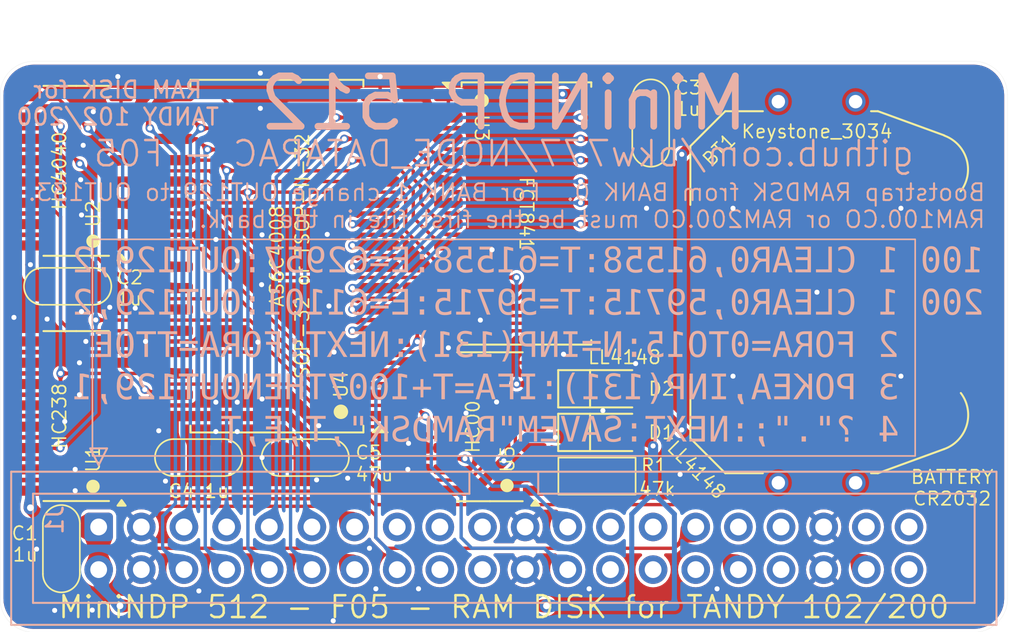
<source format=kicad_pcb>
(kicad_pcb (version 20240108) (generator "pcbnew") (generator_version "8.0")
  (title_block (title "MiniNDP 512") (date "2024-11-28") (rev "F05") (company "Brian K. White - b.kenyon.w@gmail.com") (comment 1 "github.com/bkw777/NODE_DATAPAC"))
  (layers (0 "F.Cu" signal) (31 "B.Cu" signal) (34 "B.Paste" user) (35 "F.Paste" user) (36 "B.SilkS" user "B.Silkscreen") (37 "F.SilkS" user "F.Silkscreen") (38 "B.Mask" user) (39 "F.Mask" user) (44 "Edge.Cuts" user))
  (net 0 "")
  (net 1 "GND")
  (net 2 "VMEM")
  (net 3 "VBUS")
  (net 4 "/AD0")
  (net 5 "/AD1")
  (net 6 "/AD2")
  (net 7 "/AD3")
  (net 8 "/AD4")
  (net 9 "/AD5")
  (net 10 "/AD6")
  (net 11 "/AD7")
  (net 12 "/A8")
  (net 13 "/A9")
  (net 14 "/~{RD}")
  (net 15 "/RAMRST")
  (net 16 "/~{Y0}")
  (net 17 "/(A)")
  (net 23 "/BUS_A10")
  (net 24 "/A5")
  (net 25 "/A6")
  (net 26 "/~{CE}")
  (net 27 "/A7")
  (net 28 "+BATT")
  (net 29 "/BUS_A8")
  (net 30 "/BUS_A9")
  (net 31 "/A0")
  (net 32 "/A1")
  (net 33 "/A2")
  (net 34 "/A3")
  (net 35 "/A4")
  (net 46 "/BYTE")
  (net 48 "/~{WR}")
  (net 50 "/A15")
  (net 51 "/A12")
  (net 52 "/A13")
  (net 53 "/A18")
  (net 54 "/A14")
  (net 55 "/A16")
  (net 56 "/A17")
  (net 57 "/A10")
  (net 58 "/A11")
  (net 59 "/BLOCK")
  (net 69 "Net-(U5-Pad3)")
  (footprint "000_LOCAL:C_1206" (layer "F.Cu") (at 125.975 99.425)
    (property "Reference" "C2")
    (property "Value" "1u")
  )
  (footprint "000_LOCAL:MiniNDP_Cover" (layer "F.Cu") (at 151.95 103.025)
    (property "Reference" "N1")
    (property "Value" "MiniNDP_Cover")
  )
  (footprint "000_LOCAL:Fiducial_0.75_1.5" (layer "F.Cu") (at 179.95 118.025)
    (property "Reference" "F2" (hide yes))
    (property "Value" "Fiducial_0.75_1.5" (hide yes))
  )
  (footprint "000_LOCAL:TSOP-II-SOP-32_dual" (layer "F.Cu") (at 138.4372 97.626 180)
    (property "Reference" "U4")
    (property "Value" "AS6C4008")
  )
  (footprint "000_LOCAL:SOIC-16_3.9x9.9mm_P1.27mm" (layer "F.Cu") (at 126.485 107.151 180)
    (property "Reference" "U1")
    (property "Value" "HC238")
  )
  (footprint "000_LOCAL:Fiducial_0.75_1.5" (layer "F.Cu") (at 179.95 88.025 90)
    (property "Reference" "F2" (hide yes))
    (property "Value" "Fiducial_0.75_1.5" (hide yes))
  )
  (footprint "000_LOCAL:R_1206" (layer "F.Cu") (at 157.5 110.725 180)
    (property "Reference" "R1")
    (property "Value" "47k")
  )
  (footprint "000_LOCAL:C_1206" (layer "F.Cu") (at 125.6 115.05 -90)
    (property "Reference" "C1")
    (property "Value" "1u")
  )
  (footprint "000_LOCAL:C_1206" (layer "F.Cu") (at 160.7 89.700001 -90)
    (property "Reference" "C3")
    (property "Value" "1u")
  )
  (footprint "000_LOCAL:SOIC-14_3.9x8.7mm_P1.27mm" (layer "F.Cu") (at 151.123 107.786 180)
    (property "Reference" "U5")
    (property "Value" "HC00")
  )
  (footprint "000_LOCAL:Fiducial_0.75_1.5" (layer "F.Cu") (at 123.95 118.025)
    (property "Reference" "F3" (hide yes))
    (property "Value" "Fiducial_0.75_1.5" (hide yes))
  )
  (footprint "000_LOCAL:D_MiniMELF" (layer "F.Cu") (at 157.85 105.525)
    (property "Reference" "D2")
    (property "Value" "LL4148")
  )
  (footprint "000_LOCAL:Keystone_3028_3034" (layer "F.Cu") (at 170.6 99.775 90)
    (property "Reference" "BT1")
    (property "Value" "Keystone_3034")
  )
  (footprint "000_LOCAL:SOIC-16_3.9x9.9mm_P1.27mm" (layer "F.Cu") (at 126.485 92.546 180)
    (property "Reference" "U2")
    (property "Value" "HC4040")
  )
  (footprint "000_LOCAL:SOIC-24" (layer "F.Cu") (at 153.298 95.086)
    (property "Reference" "U3")
    (property "Value" "FCT841")
  )
  (footprint "000_LOCAL:C_1206" (layer "F.Cu") (at 133.775001 109.625)
    (property "Reference" "C4")
    (property "Value" "1u")
  )
  (footprint "000_LOCAL:D_MiniMELF" (layer "F.Cu") (at 157.85 108.125)
    (property "Reference" "D1")
    (property "Value" "LL4148")
  )
  (footprint "000_LOCAL:C_1206" (layer "F.Cu") (at 140.125001 109.625 180)
    (property "Reference" "C5")
    (property "Value" "47u")
  )
  (footprint "000_LOCAL:IDC-Header_2x20_P2.54mm_Vertical" (layer "B.Cu") (at 127.820707 113.755707 -90)
    (property "Reference" "J1")
    (property "Value" "Conn_02x20_Odd_Even")
  )
  (gr_rect (start 127.45 96.625) (end 176.45 109.525) (stroke (width 0.1)) (fill none) (layer "B.SilkS"))
  (gr_line (start 123.95 86.025) (end 179.95 86.025) (stroke (width 0.01)) (layer "Edge.Cuts"))
  (gr_line (start 179.95 120.025) (end 123.95 120.025) (stroke (width 0.01)) (layer "Edge.Cuts"))
  (gr_arc (start 179.95 86.024999) (mid 181.364214 86.610786) (end 181.950001 88.025) (stroke (width 0.01)) (layer "Edge.Cuts"))
  (gr_arc (start 123.95 120.025) (mid 122.535786 119.439214) (end 121.95 118.025) (stroke (width 0.01)) (layer "Edge.Cuts"))
  (gr_arc (start 181.950001 118.025) (mid 181.364214 119.439214) (end 179.95 120.025001) (stroke (width 0.01)) (layer "Edge.Cuts"))
  (gr_line (start 181.95 88.025) (end 181.95 118.025) (stroke (width 0.01)) (layer "Edge.Cuts"))
  (gr_arc (start 121.949999 88.025) (mid 122.535786 86.610786) (end 123.95 86.024999) (stroke (width 0.01)) (layer "Edge.Cuts"))
  (gr_line (start 121.95 118.025) (end 121.95 88.025) (stroke (width 0.01)) (layer "Edge.Cuts"))
  (gr_text "${TITLE}" (at 151.95 88.525 0) (layer "B.SilkS") (effects (font (size 3 3) (thickness 0.4)) (justify mirror)))
  (gr_text "100 1 CLEAR0,61558:T=61558:E=62957:OUT129,2\n200 1 CLEAR0,59715:T=59715:E=61101:OUT129,2\n    2 FORA=0TO15:N=INP(131):NEXT:FORA=TTOE\n    3 POKEA,INP(131):IFA=T+1007THENOUT129,1\n    4 ?{dblquote}.{dblquote};:NEXT:SAVEM{dblquote}RAMDSK{dblquote},T,E,T" (at 180.55 108.925 0) (layer "B.SilkS") (effects (font (size 1.5 1.5) (thickness 0.1)) (justify left bottom mirror)))
  (gr_text "${COMMENT1} - ${REVISION}" (at 151.95 91.525 0) (layer "B.SilkS") (effects (font (size 1.5 1.5)) (justify mirror)))
  (gr_text "Bootstrap RAMDSK from BANK 0.  For BANK 1 change OUT129 to OUT133.\nRAM100.CO or RAM200.CO must be the first file in the bank." (at 180.7 96.025 0) (layer "B.SilkS") (effects (font (size 1 1) (thickness 0.12)) (justify left bottom mirror)))
  (gr_text "RAM DISK for\nTANDY 102/200" (at 128.95 88.525 0) (layer "B.SilkS") (effects (font (size 1 1)) (justify mirror)))
  (gr_text "SOP-32 or TSOP-II-32" (at 139.95 97.625 90) (layer "F.SilkS") (effects (font (size 0.8 0.8) (thickness 0.1))))
  (gr_text "${TITLE} - ${REVISION} - RAM DISK for TANDY 102/200" (at 151.95 118.525 0) (layer "F.SilkS") (effects (font (size 1.3 1.3))))
  (gr_text "BATTERY\nCR2032" (at 178.65 111.425 0) (layer "F.SilkS") (effects (font (size 0.8 0.8) (thickness 0.1))))
  (via (at 126.677 105.881) (size 0.5) (drill 0.3) (layers "F.Cu" "B.Cu") (net 1))
  (via (at 149.7 106.975) (size 0.5) (drill 0.3) (layers "F.Cu" "B.Cu") (net 1))
  (via (at 151.25 97.245) (size 0.5) (drill 0.3) (layers "F.Cu" "B.Cu") (net 1))
  (via (at 148.648 103.087) (size 0.5) (drill 0.3) (layers "F.Cu" "B.Cu") (net 1))
  (via (at 126.8 100.925) (size 0.5) (drill 0.3) (layers "F.Cu" "B.Cu") (net 1))
  (via (at 170.6 99.775) (size 0.5) (drill 0.3) (layers "F.Cu" "B.Cu") (net 1))
  (via (at 164.65 117.438) (size 0.5) (drill 0.3) (layers "F.Cu" "B.Cu") (net 1))
  (via (at 140.8 110.95) (size 0.5) (drill 0.3) (layers "F.Cu" "B.Cu") (net 1))
  (via (at 165.6 94.775) (size 0.5) (drill 0.3) (layers "F.Cu" "B.Cu") (net 1))
  (via (at 130.614 102.706) (size 0.5) (drill 0.3) (layers "F.Cu" "B.Cu") (net 1))
  (via (at 128.963 86.9326) (size 0.5) (drill 0.3) (layers "F.Cu" "B.Cu") (net 1))
  (via (at 137.55 109.625) (size 0.5) (drill 0.3) (layers "F.Cu" "B.Cu") (net 1))
  (via (at 146.235 110.326) (size 0.5) (drill 0.3) (layers "F.Cu" "B.Cu") (net 1))
  (via (at 140.925 107.725) (size 0.5) (drill 0.3) (layers "F.Cu" "B.Cu") (net 1))
  (via (at 137.55 106.135) (size 0.5) (drill 0.3) (layers "F.Cu" "B.Cu") (net 1))
  (via (at 175.6 94.775) (size 0.5) (drill 0.3) (layers "F.Cu" "B.Cu") (net 1))
  (via (at 125.8 107.475) (size 0.5) (drill 0.3) (layers "F.Cu" "B.Cu") (net 1))
  (via (at 141.8408 103.341) (size 0.5) (drill 0.3) (layers "F.Cu" "B.Cu") (net 1))
  (via (at 150.553 101.436) (size 0.5) (drill 0.3) (layers "F.Cu" "B.Cu") (net 1))
  (via (at 151.5182 106.3128) (size 0.5) (drill 0.3) (layers "F.Cu" "B.Cu") (net 1))
  (via (at 136.075 108.075) (size 0.5) (drill 0.3) (layers "F.Cu" "B.Cu") (net 1))
  (via (at 124.75 101.375) (size 0.5) (drill 0.3) (layers "F.Cu" "B.Cu") (net 1))
  (via (at 136.075 97.9054) (size 0.5) (drill 0.3) (layers "F.Cu" "B.Cu") (net 1))
  (via (at 127.439 118.708) (size 0.5) (drill 0.3) (layers "F.Cu" "B.Cu") (net 1))
  (via (at 137.55 96.356) (size 0.5) (drill 0.3) (layers "F.Cu" "B.Cu") (net 1))
  (via (at 134.8 108.075) (size 0.5) (drill 0.3) (layers "F.Cu" "B.Cu") (net 1))
  (via (at 126.677 103.976) (size 0.5) (drill 0.3) (layers "F.Cu" "B.Cu") (net 1))
  (via (at 125.2 118.725) (size 0.5) (drill 0.3) (layers "F.Cu" "B.Cu") (net 1))
  (via (at 144.33 117.438) (size 0.5) (drill 0.3) (layers "F.Cu" "B.Cu") (net 1))
  (via (at 126.9 91.025) (size 0.5) (drill 0.3) (layers "F.Cu" "B.Cu") (net 1))
  (via (at 122.775 101.275) (size 0.5) (drill 0.3) (layers "F.Cu" "B.Cu") (net 1))
  (via (at 126.75 93.075) (size 0.5) (drill 0.3) (layers "F.Cu" "B.Cu") (net 1))
  (via (at 126.8 95.175) (size 0.5) (drill 0.3) (layers "F.Cu" "B.Cu") (net 1))
  (via (at 137.45 88.825) (size 0.5) (drill 0.3) (layers "F.Cu" "B.Cu") (net 1))
  (via (at 130 100.725) (size 0.5) (drill 0.3) (layers "F.Cu" "B.Cu") (net 1))
  (via (at 165.6 104.775) (size 0.5) (drill 0.3) (layers "F.Cu" "B.Cu") (net 1))
  (via (at 136.075 106.325) (size 0.5) (drill 0.3) (layers "F.Cu" "B.Cu") (net 1))
  (via (at 146.87 117.438) (size 0.5) (drill 0.3) (layers "F.Cu" "B.Cu") (net 1))
  (via (at 127.058 102.706) (size 0.5) (drill 0.3) (layers "F.Cu" "B.Cu") (net 1))
  (via (at 126.423 110.326) (size 0.5) (drill 0.3) (layers "F.Cu" "B.Cu") (net 1))
  (via (at 141.79 119.343) (size 0.5) (drill 0.3) (layers "F.Cu" "B.Cu") (net 1))
  (via (at 155.506 103.468) (size 0.5) (drill 0.3) (layers "F.Cu" "B.Cu") (net 1))
  (via (at 124.125 115.075) (size 0.5) (drill 0.3) (layers "F.Cu" "B.Cu") (net 1))
  (via (at 141.4344 96.3306) (size 0.5) (drill 0.3) (layers "F.Cu" "B.Cu") (net 1))
  (via (at 131.4 108.025) (size 0.5) (drill 0.3) (layers "F.Cu" "B.Cu") (net 1))
  (via (at 159.8 104.025) (size 0.5) (drill 0.3) (layers "F.Cu" "B.Cu") (net 1))
  (via (at 137.3 102.75) (size 0.5) (drill 0.3) (layers "F.Cu" "B.Cu") (net 1))
  (via (at 128.4804 100.674) (size 0.5) (drill 0.3) (layers "F.Cu" "B.Cu") (net 1))
  (via (at 144.584 86.9326) (size 0.5) (drill 0.3) (layers "F.Cu" "B.Cu") (net 1))
  (via (at 134.8 106.325) (size 0.5) (drill 0.3) (layers "F.Cu" "B.Cu") (net 1))
  (via (at 143.949 115.025) (size 0.5) (drill 0.3) (layers "F.Cu" "B.Cu") (net 1))
  (via (at 146.275 108.775) (size 0.5) (drill 0.3) (layers "F.Cu" "B.Cu") (net 1))
  (via (at 141.536 100.5978) (size 0.5) (drill 0.3) (layers "F.Cu" "B.Cu") (net 1))
  (via (at 157.03 117.438) (size 0.5) (drill 0.3) (layers "F.Cu" "B.Cu") (net 1))
  (via (at 157.85 106.825) (size 0.5) (drill 0.3) (layers "F.Cu" "B.Cu") (net 1))
  (via (at 127.5 89.025) (size 0.5) (drill 0.3) (layers "F.Cu" "B.Cu") (net 1))
  (via (at 160.45 94.775) (size 0.5) (drill 0.3) (layers "F.Cu" "B.Cu") (net 1))
  (via (at 142.65 110.85) (size 0.5) (drill 0.3) (layers "F.Cu" "B.Cu") (net 1))
  (via (at 175.6 104.775) (size 0.5) (drill 0.3) (layers "F.Cu" "B.Cu") (net 1))
  (via (at 133.789 117.565) (size 0.5) (drill 0.3) (layers "F.Cu" "B.Cu") (net 1))
  (via (at 131.8 111.025) (size 0.5) (drill 0.3) (layers "F.Cu" "B.Cu") (net 1))
  (via (at 137.525 99.325) (size 0.5) (drill 0.3) (layers "F.Cu" "B.Cu") (net 1))
  (via (at 137.45 86.725) (size 0.5) (drill 0.3) (layers "F.Cu" "B.Cu") (net 1))
  (via (at 134.805 96.6354) (size 0.5) (drill 0.3) (layers "F.Cu" "B.Cu") (net 1))
  (via (at 126.423 111.596) (size 0.5) (drill 0.3) (layers "F.Cu" "B.Cu") (net 1))
  (via (at 162.45 110.625) (size 0.5) (drill 0.3) (layers "F.Cu" "B.Cu") (net 1))
  (segment (start 142.797 109.625) (end 141.6 109.625) (width 0.6) (layer "F.Cu") (net 2))
  (segment (start 141.6 109.625) (end 139.126 107.151) (width 0.6) (layer "F.Cu") (net 2))
  (segment (start 156.1 108.125) (end 155.804 108.421) (width 0.6) (layer "F.Cu") (net 2))
  (segment (start 139.126 107.151) (end 132.2904 107.151) (width 0.6) (layer "F.Cu") (net 2))
  (segment (start 156.3 108.125) (end 156.1 108.125) (width 0.3) (layer "F.Cu") (net 2))
  (segment (start 150.172 111.596) (end 144.768 111.596) (width 0.6) (layer "F.Cu") (net 2))
  (segment (start 151.95 109.818) (end 150.172 111.596) (width 0.6) (layer "F.Cu") (net 2))
  (segment (start 155.804 108.421) (end 155.0234 108.421) (width 0.6) (layer "F.Cu") (net 2))
  (segment (start 158.9 110.725) (end 156.3 108.125) (width 0.3) (layer "F.Cu") (net 2))
  (segment (start 156.1 108.125) (end 156.1 105.525) (width 0.6) (layer "F.Cu") (net 2))
  (segment (start 132.3 109.625) (end 132.2904 109.6154) (width 0.6) (layer "F.Cu") (net 2))
  (segment (start 132.2904 109.6154) (end 132.2904 107.151) (width 0.6) (layer "F.Cu") (net 2))
  (segment (start 158.9625 110.725) (end 158.9 110.725) (width 0.3) (layer "F.Cu") (net 2))
  (segment (start 144.768 111.596) (end 142.797 109.625) (width 0.6) (layer "F.Cu") (net 2))
  (via (at 151.95 109.818) (size 0.5) (drill 0.3) (layers "F.Cu" "B.Cu") (net 2))
  (via (at 155.0234 108.421) (size 0.5) (drill 0.3) (layers "F.Cu" "B.Cu") (net 2))
  (segment (start 155.0234 108.421) (end 153.347 108.421) (width 0.6) (layer "B.Cu") (net 2))
  (segment (start 153.347 108.421) (end 151.95 109.818) (width 0.6) (layer "B.Cu") (net 2))
  (segment (start 123.756 97.053) (end 123.818 96.991) (width 0.6) (layer "F.Cu") (net 3))
  (segment (start 123.756 98.134) (end 123.756 97.053) (width 0.6) (layer "F.Cu") (net 3))
  (segment (start 160.84 108.929) (end 160.036 108.125) (width 0.6) (layer "F.Cu") (net 3))
  (segment (start 123.756 112.612) (end 123.756 111.658) (width 0.6) (layer "F.Cu") (net 3))
  (segment (start 155.45 87.974) (end 160.449 87.974) (width 0.6) (layer "F.Cu") (net 3))
  (segment (start 123.756 98.681) (end 123.756 98.134) (width 0.6) (layer "F.Cu") (net 3))
  (segment (start 123.756 111.658) (end 123.818 111.596) (width 0.6) (layer "F.Cu") (net 3))
  (segment (start 124.899 113.755) (end 127.82 113.755) (width 0.8) (layer "F.Cu") (net 3))
  (segment (start 124.5 99.425) (end 123.756 98.681) (width 0.6) (layer "F.Cu") (net 3))
  (segment (start 129.09 118.454) (end 154.49 118.454) (width 0.6) (layer "F.Cu") (net 3))
  (segment (start 160.036 108.125) (end 159.6 108.125) (width 0.6) (layer "F.Cu") (net 3))
  (segment (start 127.82 116.295) (end 127.82 113.755) (width 1) (layer "F.Cu") (net 3))
  (segment (start 123.756 112.612) (end 124.899 113.755) (width 0.8) (layer "F.Cu") (net 3))
  (segment (start 160.449 87.974) (end 160.7 88.225) (width 0.6) (layer "F.Cu") (net 3))
  (via (at 123.756 112.612) (size 0.8) (drill 0.4) (layers "F.Cu" "B.Cu") (net 3))
  (via (at 155.45 87.974) (size 0.6) (drill 0.3) (layers "F.Cu" "B.Cu") (net 3))
  (via (at 129.09 118.454) (size 0.8) (drill 0.4) (layers "F.Cu" "B.Cu") (net 3))
  (via (at 123.756 98.134) (size 0.6) (drill 0.3) (layers "F.Cu" "B.Cu") (net 3))
  (via (at 160.84 108.929) (size 0.5) (drill 0.3) (layers "F.Cu" "B.Cu") (net 3))
  (via (at 154.49 118.454) (size 0.8) (drill 0.4) (layers "F.Cu" "B.Cu") (net 3))
  (segment (start 159.57 112.993) (end 159.57 118.454) (width 0.3) (layer "B.Cu") (net 3))
  (segment (start 123.756 98.134) (end 123.756 88.994) (width 0.6) (layer "B.Cu") (net 3))
  (segment (start 160.84 111.723) (end 162.11 112.993) (width 0.3) (layer "B.Cu") (net 3))
  (segment (start 127.82 117.184) (end 129.09 118.454) (width 0.6) (layer "B.Cu") (net 3))
  (segment (start 127.82 116.295) (end 127.82 117.184) (width 0.6) (layer "B.Cu") (net 3))
  (segment (start 160.84 111.723) (end 159.57 112.993) (width 0.3) (layer "B.Cu") (net 3))
  (segment (start 124.776 87.974) (end 155.45 87.974) (width 0.6) (layer "B.Cu") (net 3))
  (segment (start 162.11 112.993) (end 162.11 118.454) (width 0.3) (layer "B.Cu") (net 3))
  (segment (start 159.57 118.454) (end 154.49 118.454) (width 0.6) (layer "B.Cu") (net 3))
  (segment (start 123.756 88.994) (end 124.776 87.974) (width 0.6) (layer "B.Cu") (net 3))
  (segment (start 160.84 108.929) (end 160.84 111.723) (width 0.6) (layer "B.Cu") (net 3))
  (segment (start 159.57 118.454) (end 162.11 118.454) (width 0.6) (layer "B.Cu") (net 3))
  (segment (start 123.756 112.612) (end 123.756 98.134) (width 0.6) (layer "B.Cu") (net 3))
  (segment (start 139.189 88.736) (end 146.997 88.736) (width 0.2) (layer "F.Cu") (net 4))
  (segment (start 130.741 88.863) (end 131.503 88.101) (width 0.2) (layer "F.Cu") (net 4))
  (segment (start 146.997 88.736) (end 147.505 89.244) (width 0.2) (layer "F.Cu") (net 4))
  (segment (start 130.868 90.006) (end 130.741 89.879) (width 0.2) (layer "F.Cu") (net 4))
  (segment (start 132.2904 88.101) (end 135.076 88.101) (width 0.2) (layer "F.Cu") (net 4))
  (segment (start 148.521 89.244) (end 148.648 89.371) (width 0.2) (layer "F.Cu") (net 4))
  (segment (start 130.741 89.879) (end 130.741 88.863) (width 0.2) (layer "F.Cu") (net 4))
  (segment (start 138.45 89.475) (end 139.189 88.736) (width 0.2) (layer "F.Cu") (net 4))
  (segment (start 147.505 89.244) (end 148.521 89.244) (width 0.2) (layer "F.Cu") (net 4))
  (segment (start 136.45 89.475) (end 138.45 89.475) (width 0.2) (layer "F.Cu") (net 4))
  (segment (start 135.076 88.101) (end 136.45 89.475) (width 0.2) (layer "F.Cu") (net 4))
  (segment (start 131.503 88.101) (end 132.2904 88.101) (width 0.2) (layer "F.Cu") (net 4))
  (via (at 130.868 90.006) (size 0.5) (drill 0.3) (layers "F.Cu" "B.Cu") (net 4))
  (segment (start 132.392 112.358) (end 131.63 113.12) (width 0.2) (layer "B.Cu") (net 4))
  (segment (start 132.392 91.53) (end 132.392 112.358) (width 0.2) (layer "B.Cu") (net 4))
  (segment (start 130.868 90.006) (end 132.392 91.53) (width 0.2) (layer "B.Cu") (net 4))
  (segment (start 131.63 113.12) (end 131.63 115.025) (width 0.2) (layer "B.Cu") (net 4))
  (segment (start 131.63 115.025) (end 132.9 116.295) (width 0.2) (layer "B.Cu") (net 4))
  (segment (start 133.281 89.371) (end 132.2904 89.371) (width 0.2) (layer "F.Cu") (net 5))
  (segment (start 133.916 90.006) (end 133.281 89.371) (width 0.2) (layer "F.Cu") (net 5))
  (segment (start 146.29 90.006) (end 148.195 91.911) (width 0.2) (layer "F.Cu") (net 5))
  (segment (start 148.195 91.911) (end 148.648 91.911) (width 0.2) (layer "F.Cu") (net 5))
  (segment (start 133.916 90.006) (end 146.29 90.006) (width 0.2) (layer "F.Cu") (net 5))
  (via (at 133.916 90.006) (size 0.5) (drill 0.3) (layers "F.Cu" "B.Cu") (net 5))
  (segment (start 133.916 90.006) (end 133.281 90.641) (width 0.2) (layer "B.Cu") (net 5))
  (segment (start 133.281 113.374) (end 132.9 113.755) (width 0.2) (layer "B.Cu") (net 5))
  (segment (start 133.281 90.641) (end 133.281 113.374) (width 0.2) (layer "B.Cu") (net 5))
  (segment (start 147.009 92.304) (end 147.009 92.7612) (width 0.2) (layer "F.Cu") (net 6))
  (segment (start 147.459 93.875) (end 147.709 94.125) (width 0.2) (layer "F.Cu") (net 6))
  (segment (start 134.3 91.276) (end 133.665 90.641) (width 0.2) (layer "F.Cu") (net 6))
  (segment (start 134.3 91.276) (end 145.981 91.276) (width 0.2) (layer "F.Cu") (net 6))
  (segment (start 133.665 90.641) (end 132.2904 90.641) (width 0.2) (layer "F.Cu") (net 6))
  (segment (start 148.460002 94.125) (end 148.659001 94.323999) (width 0.2) (layer "F.Cu") (net 6))
  (segment (start 145.981 91.276) (end 147.009 92.304) (width 0.2) (layer "F.Cu") (net 6))
  (segment (start 147.009 92.7612) (end 147.459 93.2112) (width 0.2) (layer "F.Cu") (net 6))
  (segment (start 147.459 93.2112) (end 147.459 93.875) (width 0.2) (layer "F.Cu") (net 6))
  (segment (start 147.709 94.125) (end 148.460002 94.125) (width 0.2) (layer "F.Cu") (net 6))
  (via (at 134.3 91.276) (size 0.5) (drill 0.3) (layers "F.Cu" "B.Cu") (net 6))
  (segment (start 134.3 91.276) (end 134.17 91.406) (width 0.2) (layer "B.Cu") (net 6))
  (segment (start 134.17 91.406) (end 134.17 115.025) (width 0.2) (layer "B.Cu") (net 6))
  (segment (start 134.17 115.025) (end 135.44 116.295) (width 0.2) (layer "B.Cu") (net 6))
  (segment (start 146.109 92.804) (end 146.109 93.2836) (width 0.2) (layer "F.Cu") (net 7))
  (segment (start 146.559 93.7336) (end 146.559 95.325) (width 0.2) (layer "F.Cu") (net 7))
  (segment (start 135.44 92.525) (end 135.461 92.546) (width 0.2) (layer "F.Cu") (net 7))
  (segment (start 146.559 95.325) (end 148.097999 96.863999) (width 0.2) (layer "F.Cu") (net 7))
  (segment (start 148.097999 96.863999) (end 148.659001 96.863999) (width 0.2) (layer "F.Cu") (net 7))
  (segment (start 135.461 92.546) (end 145.851 92.546) (width 0.2) (layer "F.Cu") (net 7))
  (segment (start 146.109 93.2836) (end 146.559 93.7336) (width 0.2) (layer "F.Cu") (net 7))
  (segment (start 135.44 92.525) (end 134.826 91.911) (width 0.2) (layer "F.Cu") (net 7))
  (segment (start 134.826 91.911) (end 132.2904 91.911) (width 0.2) (layer "F.Cu") (net 7))
  (segment (start 145.851 92.546) (end 146.109 92.804) (width 0.2) (layer "F.Cu") (net 7))
  (via (at 135.44 92.525) (size 0.5) (drill 0.3) (layers "F.Cu" "B.Cu") (net 7))
  (segment (start 135.44 92.525) (end 135.44 113.755) (width 0.2) (layer "B.Cu") (net 7))
  (segment (start 148.108999 98.133999) (end 148.659 98.133999) (width 0.2) (layer "F.Cu") (net 8))
  (segment (start 136.71 93.825) (end 134.941 93.825) (width 0.2) (layer "F.Cu") (net 8))
  (segment (start 134.297 93.181) (end 132.2904 93.181) (width 0.2) (layer "F.Cu") (net 8))
  (segment (start 145.9 93.816) (end 146.109 94.025) (width 0.2) (layer "F.Cu") (net 8))
  (segment (start 146.109 96.134) (end 148.108999 98.133999) (width 0.2) (layer "F.Cu") (net 8))
  (segment (start 134.941 93.825) (end 134.297 93.181) (width 0.2) (layer "F.Cu") (net 8))
  (segment (start 146.109 94.025) (end 146.109 96.134) (width 0.2) (layer "F.Cu") (net 8))
  (segment (start 136.719 93.816) (end 145.9 93.816) (width 0.2) (layer "F.Cu") (net 8))
  (segment (start 136.71 93.825) (end 136.719 93.816) (width 0.2) (layer "F.Cu") (net 8))
  (via (at 136.71 93.825) (size 0.5) (drill 0.3) (layers "F.Cu" "B.Cu") (net 8))
  (segment (start 136.71 93.825) (end 136.71 115.025) (width 0.2) (layer "B.Cu") (net 8))
  (segment (start 136.71 115.025) (end 137.98 116.295) (width 0.2) (layer "B.Cu") (net 8))
  (segment (start 141.95 89.371) (end 144.584 89.371) (width 0.2) (layer "F.Cu") (net 9))
  (segment (start 146.2604 89.244) (end 147.5304 90.514) (width 0.2) (layer "F.Cu") (net 9))
  (segment (start 147.5304 90.514) (end 148.521 90.514) (width 0.2) (layer "F.Cu") (net 9))
  (segment (start 144.711 89.244) (end 146.2604 89.244) (width 0.2) (layer "F.Cu") (net 9))
  (segment (start 144.584 89.371) (end 144.711 89.244) (width 0.2) (layer "F.Cu") (net 9))
  (segment (start 148.521 90.514) (end 148.648 90.641) (width 0.2) (layer "F.Cu") (net 9))
  (via (at 141.95 89.371) (size 0.5) (drill 0.3) (layers "F.Cu" "B.Cu") (net 9))
  (segment (start 138.4 92.921) (end 138.4 113.335) (width 0.2) (layer "B.Cu") (net 9))
  (segment (start 141.95 89.371) (end 138.4 92.921) (width 0.2) (layer "B.Cu") (net 9))
  (segment (start 138.4 113.335) (end 137.98 113.755) (width 0.2) (layer "B.Cu") (net 9))
  (segment (start 148.214 93.181) (end 148.648 93.181) (width 0.2) (layer "F.Cu") (net 10))
  (segment (start 147.459 92.426) (end 148.214 93.181) (width 0.2) (layer "F.Cu") (net 10))
  (segment (start 147.459 92.0174) (end 147.459 92.426) (width 0.2) (layer "F.Cu") (net 10))
  (segment (start 142.45 90.641) (end 146.0826 90.641) (width 0.2) (layer "F.Cu") (net 10))
  (segment (start 146.0826 90.641) (end 147.459 92.0174) (width 0.2) (layer "F.Cu") (net 10))
  (via (at 142.45 90.641) (size 0.5) (drill 0.3) (layers "F.Cu" "B.Cu") (net 10))
  (segment (start 139.25 93.841) (end 139.25 115.025) (width 0.2) (layer "B.Cu") (net 10))
  (segment (start 139.25 115.025) (end 140.52 116.295) (width 0.2) (layer "B.Cu") (net 10))
  (segment (start 142.45 90.641) (end 139.25 93.841) (width 0.2) (layer "B.Cu") (net 10))
  (segment (start 146.0688 92.075) (end 146.559 92.5652) (width 0.2) (layer "F.Cu") (net 11))
  (segment (start 144.6094 91.911) (end 144.7734 92.075) (width 0.2) (layer "F.Cu") (net 11))
  (segment (start 146.559 92.5652) (end 146.559 93.0245) (width 0.2) (layer "F.Cu") (net 11))
  (segment (start 144.7734 92.075) (end 146.0688 92.075) (width 0.2) (layer "F.Cu") (net 11))
  (segment (start 142.933 91.911) (end 144.6094 91.911) (width 0.2) (layer "F.Cu") (net 11))
  (segment (start 147.009 94.475) (end 148.127999 95.593999) (width 0.2) (layer "F.Cu") (net 11))
  (segment (start 148.127999 95.593999) (end 148.659001 95.593999) (width 0.2) (layer "F.Cu") (net 11))
  (segment (start 147.009 93.4745) (end 147.009 94.475) (width 0.2) (layer "F.Cu") (net 11))
  (segment (start 146.559 93.0245) (end 147.009 93.4745) (width 0.2) (layer "F.Cu") (net 11))
  (via (at 142.933 91.911) (size 0.5) (drill 0.3) (layers "F.Cu" "B.Cu") (net 11))
  (segment (start 140.1 94.744) (end 140.1 113.335) (width 0.2) (layer "B.Cu") (net 11))
  (segment (start 142.933 91.911) (end 140.1 94.744) (width 0.2) (layer "B.Cu") (net 11))
  (segment (start 140.1 113.335) (end 140.52 113.755) (width 0.2) (layer "B.Cu") (net 11))
  (segment (start 123.982 92.075) (end 123.818 91.911) (width 0.2) (layer "F.Cu") (net 12))
  (segment (start 127.6 94.8406) (end 124.8344 92.075) (width 0.2) (layer "F.Cu") (net 12))
  (segment (start 132.2904 100.801) (end 132.1144 100.625) (width 0.2) (layer "F.Cu") (net 12))
  (segment (start 124.8344 92.075) (end 123.982 92.075) (width 0.2) (layer "F.Cu") (net 12))
  (segment (start 127.6 97.575) (end 127.6 94.8406) (width 0.2) (layer "F.Cu") (net 12))
  (segment (start 130.9 100.625) (end 128.4 98.125) (width 0.2) (layer "F.Cu") (net 12))
  (segment (start 128.4 98.125) (end 128.15 98.125) (width 0.2) (layer "F.Cu") (net 12))
  (segment (start 132.1144 100.625) (end 130.9 100.625) (width 0.2) (layer "F.Cu") (net 12))
  (segment (start 128.15 98.125) (end 127.6 97.575) (width 0.2) (layer "F.Cu") (net 12))
  (segment (start 124.012 94.645) (end 123.818 94.451) (width 0.2) (layer "F.Cu") (net 13))
  (segment (start 126.4 102.325) (end 125.55 101.475) (width 0.2) (layer "F.Cu") (net 13))
  (segment (start 124.92 94.645) (end 124.012 94.645) (width 0.2) (layer "F.Cu") (net 13))
  (segment (start 126.766 103.341) (end 126.4 102.975) (width 0.2) (layer "F.Cu") (net 13))
  (segment (start 126.4 102.975) (end 126.4 102.325) (width 0.2) (layer "F.Cu") (net 13))
  (segment (start 131.4522 104.611) (end 130.1822 103.341) (width 0.2) (layer "F.Cu") (net 13))
  (segment (start 132.2904 104.611) (end 131.4522 104.611) (width 0.2) (layer "F.Cu") (net 13))
  (segment (start 130.1822 103.341) (end 126.766 103.341) (width 0.2) (layer "F.Cu") (net 13))
  (segment (start 125.55 101.475) (end 125.55 95.275) (width 0.2) (layer "F.Cu") (net 13))
  (segment (start 125.55 95.275) (end 124.92 94.645) (width 0.2) (layer "F.Cu") (net 13))
  (segment (start 147.2764 107.151) (end 146.6414 106.516) (width 0.2) (layer "F.Cu") (net 14))
  (segment (start 143.241 106.516) (end 133.9192 97.1942) (width 0.2) (layer "F.Cu") (net 14))
  (segment (start 132.4936 97.1942) (end 132.2904 96.991) (width 0.2) (layer "F.Cu") (net 14))
  (segment (start 146.6414 106.516) (end 143.241 106.516) (width 0.2) (layer "F.Cu") (net 14))
  (segment (start 133.9192 97.1942) (end 132.4936 97.1942) (width 0.2) (layer "F.Cu") (net 14))
  (via (at 147.2764 107.151) (size 0.5) (drill 0.3) (layers "F.Cu" "B.Cu") (net 14))
  (segment (start 154.363 115.025) (end 155.633 116.295) (width 0.2) (layer "B.Cu") (net 14))
  (segment (start 147.632 110.199) (end 149.41 111.977) (width 0.2) (layer "B.Cu") (net 14))
  (segment (start 155.633 116.295) (end 155.76 116.295) (width 0.2) (layer "B.Cu") (net 14))
  (segment (start 147.2764 107.151) (end 147.632 107.5066) (width 0.2) (layer "B.Cu") (net 14))
  (segment (start 147.632 107.5066) (end 147.632 110.199) (width 0.2) (layer "B.Cu") (net 14))
  (segment (start 149.41 111.977) (end 149.41 114.39) (width 0.2) (layer "B.Cu") (net 14))
  (segment (start 150.045 115.025) (end 154.363 115.025) (width 0.2) (layer "B.Cu") (net 14))
  (segment (start 149.41 114.39) (end 150.045 115.025) (width 0.2) (layer "B.Cu") (net 14))
  (segment (start 155.6385 110.326) (end 153.79 110.326) (width 0.2) (layer "F.Cu") (net 15))
  (segment (start 156.0375 110.725) (end 155.6385 110.326) (width 0.2) (layer "F.Cu") (net 15))
  (segment (start 156.0375 111.475) (end 153.911 111.475) (width 0.2) (layer "F.Cu") (net 15))
  (segment (start 164.65 112.358) (end 166.428 112.358) (width 0.3) (layer "F.Cu") (net 15))
  (segment (start 153.911 111.475) (end 153.79 111.596) (width 0.2) (layer "F.Cu") (net 15))
  (segment (start 167.825 115.025) (end 172.27 115.025) (width 0.3) (layer "F.Cu") (net 15))
  (segment (start 156.95 111.975) (end 164.267 111.975) (width 0.3) (layer "F.Cu") (net 15))
  (segment (start 156.0375 110.725) (end 156.0375 111.475) (width 0.2) (layer "F.Cu") (net 15))
  (segment (start 167.19 114.39) (end 167.825 115.025) (width 0.3) (layer "F.Cu") (net 15))
  (segment (start 164.267 111.975) (end 164.65 112.358) (width 0.3) (layer "F.Cu") (net 15))
  (segment (start 172.27 115.025) (end 173.54 116.295) (width 0.3) (layer "F.Cu") (net 15))
  (segment (start 156.0375 110.725) (end 156.0375 111.0625) (width 0.3) (layer "F.Cu") (net 15))
  (segment (start 166.428 112.358) (end 167.19 113.12) (width 0.3) (layer "F.Cu") (net 15))
  (segment (start 156.0375 111.0625) (end 156.95 111.975) (width 0.3) (layer "F.Cu") (net 15))
  (segment (start 167.19 113.12) (end 167.19 114.39) (width 0.3) (layer "F.Cu") (net 15))
  (segment (start 129.152 107.786) (end 129.461 107.786) (width 0.2) (layer "F.Cu") (net 16))
  (segment (start 162.11 115.025) (end 163.38 113.755) (width 0.2) (layer "F.Cu") (net 16))
  (segment (start 144.33 113.105) (end 144.33 114.39) (width 0.2) (layer "F.Cu") (net 16))
  (segment (start 143.3 112.075) (end 144.33 113.105) (width 0.2) (layer "F.Cu") (net 16))
  (segment (start 144.965 115.025) (end 162.11 115.025) (width 0.2) (layer "F.Cu") (net 16))
  (segment (start 130.25 110.675) (end 130.65 111.075) (width 0.2) (layer "F.Cu") (net 16))
  (segment (start 131.3 112.075) (end 143.3 112.075) (width 0.2) (layer "F.Cu") (net 16))
  (segment (start 130.65 111.425) (end 131.3 112.075) (width 0.2) (layer "F.Cu") (net 16))
  (segment (start 129.461 107.786) (end 130.25 108.575) (width 0.2) (layer "F.Cu") (net 16))
  (segment (start 144.33 114.39) (end 144.965 115.025) (width 0.2) (layer "F.Cu") (net 16))
  (segment (start 130.25 108.575) (end 130.25 110.675) (width 0.2) (layer "F.Cu") (net 16))
  (segment (start 130.65 111.075) (end 130.65 111.425) (width 0.2) (layer "F.Cu") (net 16))
  (segment (start 129.152 105.246) (end 129.3948 105.246) (width 0.2) (layer "F.Cu") (net 17))
  (segment (start 131.1 111.225) (end 131.5 111.625) (width 0.2) (layer "F.Cu") (net 17))
  (segment (start 164.65 115.025) (end 165.92 116.295) (width 0.2) (layer "F.Cu") (net 17))
  (segment (start 131.5 111.625) (end 143.4875 111.625) (width 0.2) (layer "F.Cu") (net 17))
  (segment (start 130.2838 106.135) (end 130.2838 107.9588) (width 0.2) (layer "F.Cu") (net 17))
  (segment (start 163.955 112.425) (end 164.65 113.12) (width 0.2) (layer "F.Cu") (net 17))
  (segment (start 130.7 110.525) (end 131.1 110.925) (width 0.2) (layer "F.Cu") (net 17))
  (segment (start 144.2875 112.425) (end 163.955 112.425) (width 0.2) (layer "F.Cu") (net 17))
  (segment (start 164.65 113.12) (end 164.65 115.025) (width 0.2) (layer "F.Cu") (net 17))
  (segment (start 143.4875 111.625) (end 144.2875 112.425) (width 0.2) (layer "F.Cu") (net 17))
  (segment (start 130.2838 107.9588) (end 130.7 108.375) (width 0.2) (layer "F.Cu") (net 17))
  (segment (start 129.3948 105.246) (end 130.2838 106.135) (width 0.2) (layer "F.Cu") (net 17))
  (segment (start 130.7 108.375) (end 130.7 110.525) (width 0.2) (layer "F.Cu") (net 17))
  (segment (start 131.1 110.925) (end 131.1 111.225) (width 0.2) (layer "F.Cu") (net 17))
  (segment (start 147.505 99.531) (end 148.648 99.531) (width 0.2) (layer "F.Cu") (net 23))
  (segment (start 146.8 100.236) (end 147.505 99.531) (width 0.2) (layer "F.Cu") (net 23))
  (segment (start 146.8 102.725) (end 146.8 100.236) (width 0.2) (layer "F.Cu") (net 23))
  (via (at 146.8 102.725) (size 0.5) (drill 0.3) (layers "F.Cu" "B.Cu") (net 23))
  (segment (start 146.8 102.725) (end 144.33 105.195) (width 0.2) (layer "B.Cu") (net 23))
  (segment (start 144.33 105.195) (end 144.33 114.39) (width 0.2) (layer "B.Cu") (net 23))
  (segment (start 144.33 114.39) (end 145.6 115.66) (width 0.2) (layer "B.Cu") (net 23))
  (segment (start 145.6 115.66) (end 145.6 116.295) (width 0.2) (layer "B.Cu") (net 23))
  (segment (start 130.3346 96.4068) (end 129.6488 95.721) (width 0.2) (layer "F.Cu") (net 24))
  (segment (start 131.45 99.325) (end 130.3346 98.2096) (width 0.2) (layer "F.Cu") (net 24))
  (segment (start 129.6488 95.721) (end 129.152 95.721) (width 0.2) (layer "F.Cu") (net 24))
  (segment (start 130.3346 98.2096) (end 130.3346 96.4068) (width 0.2) (layer "F.Cu") (net 24))
  (segment (start 132.0844 99.325) (end 131.45 99.325) (width 0.2) (layer "F.Cu") (net 24))
  (segment (start 132.2904 99.531) (end 132.0844 99.325) (width 0.2) (layer "F.Cu") (net 24))
  (segment (start 130.614 94.832) (end 131.503 95.721) (width 0.2) (layer "F.Cu") (net 25))
  (segment (start 131.503 95.721) (end 132.2904 95.721) (width 0.2) (layer "F.Cu") (net 25))
  (segment (start 130.614 94.1716) (end 130.614 94.832) (width 0.2) (layer "F.Cu") (net 25))
  (segment (start 129.6234 93.181) (end 130.614 94.1716) (width 0.2) (layer "F.Cu") (net 25))
  (segment (start 129.152 93.181) (end 129.6234 93.181) (width 0.2) (layer "F.Cu") (net 25))
  (segment (start 134.076 94.451) (end 132.2904 94.451) (width 0.2) (layer "F.Cu") (net 26))
  (segment (start 138.521 98.896) (end 134.076 94.451) (width 0.2) (layer "F.Cu") (net 26))
  (segment (start 153.79 105.246) (end 152.712 105.246) (width 0.2) (layer "F.Cu") (net 26))
  (segment (start 152.712 98.896) (end 138.521 98.896) (width 0.2) (layer "F.Cu") (net 26))
  (via (at 152.712 98.896) (size 0.5) (drill 0.3) (layers "F.Cu" "B.Cu") (net 26))
  (via (at 152.712 105.246) (size 0.5) (drill 0.3) (layers "F.Cu" "B.Cu") (net 26))
  (segment (start 152.712 98.896) (end 152.712 105.246) (width 0.2) (layer "B.Cu") (net 26))
  (segment (start 132.2904 102.071) (end 126.796 102.071) (width 0.2) (layer "F.Cu") (net 27))
  (segment (start 126 101.275) (end 126 94.675) (width 0.2) (layer "F.Cu") (net 27))
  (segment (start 126 94.675) (end 124.7 93.375) (width 0.2) (layer "F.Cu") (net 27))
  (segment (start 124.7 93.375) (end 124.012 93.375) (width 0.2) (layer "F.Cu") (net 27))
  (segment (start 126.796 102.071) (end 126 101.275) (width 0.2) (layer "F.Cu") (net 27))
  (segment (start 124.012 93.375) (end 123.818 93.181) (width 0.2) (layer "F.Cu") (net 27))
  (segment (start 165 110.425) (end 169.9 110.425) (width 0.6) (layer "F.Cu") (net 28))
  (segment (start 162.55 91.561) (end 164.986 89.125) (width 0.6) (layer "F.Cu") (net 28))
  (segment (start 169.9 110.425) (end 170.6 111.125) (width 0.6) (layer "F.Cu") (net 28))
  (segment (start 159.6 105.525) (end 160.15 106.075) (width 0.6) (layer "F.Cu") (net 28))
  (segment (start 164.986 89.125) (end 169.9 89.125) (width 0.6) (layer "F.Cu") (net 28))
  (segment (start 160.65 106.075) (end 162.55 107.975) (width 0.6) (layer "F.Cu") (net 28))
  (segment (start 162.55 107.975) (end 165 110.425) (width 0.6) (layer "F.Cu") (net 28))
  (segment (start 169.9 89.125) (end 170.6 88.425) (width 0.6) (layer "F.Cu") (net 28))
  (segment (start 160.15 106.075) (end 160.65 106.075) (width 0.6) (layer "F.Cu") (net 28))
  (via (at 168.3 88.425) (size 1.2) (drill 0.8) (layers "F.Cu" "B.Cu") (net 28))
  (via (at 168.3 111.125) (size 1.2) (drill 0.8) (layers "F.Cu" "B.Cu") (net 28))
  (via (at 162.55 91.561) (size 0.6) (drill 0.3) (layers "F.Cu" "B.Cu") (net 28))
  (via (at 162.55 107.975) (size 0.6) (drill 0.3) (layers "F.Cu" "B.Cu") (net 28))
  (via (at 172.9 111.125) (size 1.2) (drill 0.8) (layers "F.Cu" "B.Cu") (net 28))
  (via (at 172.9 88.425) (size 1.2) (drill 0.8) (layers "F.Cu" "B.Cu") (net 28))
  (segment (start 162.55 91.561) (end 162.55 107.975) (width 0.6) (layer "B.Cu") (net 28))
  (segment (start 129.09 111.658) (end 129.09 114.39) (width 0.2) (layer "F.Cu") (net 29))
  (segment (start 129.09 114.39) (end 129.725 115.025) (width 0.2) (layer "F.Cu") (net 29))
  (segment (start 141.79 115.025) (end 143.06 116.295) (width 0.2) (layer "F.Cu") (net 29))
  (segment (start 129.725 115.025) (end 141.79 115.025) (width 0.2) (layer "F.Cu") (net 29))
  (segment (start 129.152 111.596) (end 129.09 111.658) (width 0.2) (layer "F.Cu") (net 29))
  (segment (start 129.152 110.326) (end 129.351 110.525) (width 0.2) (layer "F.Cu") (net 30))
  (segment (start 129.75 110.525) (end 129.75 110.775) (width 0.2) (layer "F.Cu") (net 30))
  (segment (start 130.2 111.625) (end 131.1 112.525) (width 0.2) (layer "F.Cu") (net 30))
  (segment (start 131.1 112.525) (end 141.83 112.525) (width 0.2) (layer "F.Cu") (net 30))
  (segment (start 130.2 111.225) (end 130.2 111.625) (width 0.2) (layer "F.Cu") (net 30))
  (segment (start 129.75 110.775) (end 130.2 111.225) (width 0.2) (layer "F.Cu") (net 30))
  (segment (start 129.351 110.525) (end 129.75 110.525) (width 0.2) (layer "F.Cu") (net 30))
  (segment (start 141.83 112.525) (end 143.06 113.755) (width 0.2) (layer "F.Cu") (net 30))
  (segment (start 132.1094 105.7) (end 132.2904 105.881) (width 0.2) (layer "F.Cu") (net 31))
  (segment (start 127.185 90.006) (end 125.4578 88.2788) (width 0.2) (layer "F.Cu") (net 31))
  (segment (start 123.9958 88.2788) (end 123.818 88.101) (width 0.2) (layer "F.Cu") (net 31))
  (segment (start 130.687 105.7) (end 132.1094 105.7) (width 0.2) (layer "F.Cu") (net 31))
  (segment (start 125.4578 88.2788) (end 123.9958 88.2788) (width 0.2) (layer "F.Cu") (net 31))
  (segment (start 130.5632 105.5762) (end 130.687 105.7) (width 0.2) (layer "F.Cu") (net 31))
  (via (at 127.185 90.006) (size 0.5) (drill 0.3) (layers "F.Cu" "B.Cu") (net 31))
  (via (at 130.5632 105.5762) (size 0.5) (drill 0.3) (layers "F.Cu" "B.Cu") (net 31))
  (segment (start 129.25 104.263) (end 130.5632 105.5762) (width 0.2) (layer "B.Cu") (net 31))
  (segment (start 127.185 90.006) (end 129.25 92.071) (width 0.2) (layer "B.Cu") (net 31))
  (segment (start 129.25 92.071) (end 129.25 104.263) (width 0.2) (layer "B.Cu") (net 31))
  (segment (start 129.356 89.575) (end 129.9 89.575) (width 0.2) (layer "F.Cu") (net 32))
  (segment (start 129.152 89.371) (end 129.356 89.575) (width 0.2) (layer "F.Cu") (net 32))
  (segment (start 130.25 90.2516) (end 130.7664 90.768) (width 0.2) (layer "F.Cu") (net 32))
  (segment (start 130.7664 92.3174) (end 130.995 92.546) (width 0.2) (layer "F.Cu") (net 32))
  (segment (start 135.056 93.181) (end 144.584 93.181) (width 0.2) (layer "F.Cu") (net 32))
  (segment (start 130.7664 90.768) (end 130.7664 92.3174) (width 0.2) (layer "F.Cu") (net 32))
  (segment (start 130.995 92.546) (end 134.421 92.546) (width 0.2) (layer "F.Cu") (net 32))
  (segment (start 129.9 89.575) (end 130.25 89.925) (width 0.2) (layer "F.Cu") (net 32))
  (segment (start 130.25 89.925) (end 130.25 90.2516) (width 0.2) (layer "F.Cu") (net 32))
  (segment (start 134.421 92.546) (end 135.056 93.181) (width 0.2) (layer "F.Cu") (net 32))
  (segment (start 130.991 93.816) (end 130.25 93.075) (width 0.2) (layer "F.Cu") (net 33))
  (segment (start 130.25 93.075) (end 130.25 91.2676) (width 0.2) (layer "F.Cu") (net 33))
  (segment (start 134.17 93.816) (end 130.991 93.816) (width 0.2) (layer "F.Cu") (net 33))
  (segment (start 130.25 91.2676) (end 129.6234 90.641) (width 0.2) (layer "F.Cu") (net 33))
  (segment (start 144.584 94.451) (end 134.805 94.451) (width 0.2) (layer "F.Cu") (net 33))
  (segment (start 129.6234 90.641) (end 129.152 90.641) (width 0.2) (layer "F.Cu") (net 33))
  (segment (start 134.805 94.451) (end 134.17 93.816) (width 0.2) (layer "F.Cu") (net 33))
  (segment (start 131.041 100.166) (end 128.55 97.675) (width 0.2) (layer "F.Cu") (net 34))
  (segment (start 128.05 97.375) (end 128.05 92.625) (width 0.2) (layer "F.Cu") (net 34))
  (segment (start 128.55 97.675) (end 128.35 97.675) (width 0.2) (layer "F.Cu") (net 34))
  (segment (start 128.6 92.075) (end 128.988 92.075) (width 0.2) (layer "F.Cu") (net 34))
  (segment (start 143.187 107.151) (end 136.202 100.166) (width 0.2) (layer "F.Cu") (net 34))
  (segment (start 144.584 107.151) (end 143.187 107.151) (width 0.2) (layer "F.Cu") (net 34))
  (segment (start 128.05 92.625) (end 128.6 92.075) (width 0.2) (layer "F.Cu") (net 34))
  (segment (start 136.202 100.166) (end 131.041 100.166) (width 0.2) (layer "F.Cu") (net 34))
  (segment (start 128.988 92.075) (end 129.152 91.911) (width 0.2) (layer "F.Cu") (net 34))
  (segment (start 128.35 97.675) (end 128.05 97.375) (width 0.2) (layer "F.Cu") (net 34))
  (segment (start 130.7664 97.5914) (end 131.436 98.261) (width 0.2) (layer "F.Cu") (net 35))
  (segment (start 129.598 94.451) (end 130.7664 95.6194) (width 0.2) (layer "F.Cu") (net 35))
  (segment (start 129.152 94.451) (end 129.598 94.451) (width 0.2) (layer "F.Cu") (net 35))
  (segment (start 130.7664 95.6194) (end 130.7664 97.5914) (width 0.2) (layer "F.Cu") (net 35))
  (segment (start 131.436 98.261) (end 132.2904 98.261) (width 0.2) (layer "F.Cu") (net 35))
  (segment (start 149.8926 110.961) (end 151.7 109.1536) (width 0.2) (layer "F.Cu") (net 46))
  (segment (start 153.6122 106.6938) (end 153.79 106.516) (width 0.2) (layer "F.Cu") (net 46))
  (segment (start 124.009 106.325) (end 123.818 106.516) (width 0.2) (layer "F.Cu") (net 46))
  (segment (start 125.026 89.371) (end 123.818 89.371) (width 0.2) (layer "F.Cu") (net 46))
  (segment (start 130.487 104.611) (end 131.122 105.246) (width 0.2) (layer "F.Cu") (net 46))
  (segment (start 125.55 105.975) (end 125.2 106.325) (width 0.2) (layer "F.Cu") (net 46))
  (segment (start 139.377 105.246) (end 145.092 110.961) (width 0.2) (layer "F.Cu") (net 46))
  (segment (start 152.6104 106.6938) (end 153.6122 106.6938) (width 0.2) (layer "F.Cu") (net 46))
  (segment (start 125.55 104.611) (end 130.487 104.611) (width 0.2) (layer "F.Cu") (net 46))
  (segment (start 125.2 106.325) (end 124.009 106.325) (width 0.2) (layer "F.Cu") (net 46))
  (segment (start 151.7 109.1536) (end 151.7 107.6042) (width 0.2) (layer "F.Cu") (net 46))
  (segment (start 125.55 89.895) (end 125.026 89.371) (width 0.2) (layer "F.Cu") (net 46))
  (segment (start 131.122 105.246) (end 139.377 105.246) (width 0.2) (layer "F.Cu") (net 46))
  (segment (start 145.092 110.961) (end 149.8926 110.961) (width 0.2) (layer "F.Cu") (net 46))
  (segment (start 125.55 104.611) (end 125.55 105.975) (width 0.2) (layer "F.Cu") (net 46))
  (segment (start 151.7 107.6042) (end 152.6104 106.6938) (width 0.2) (layer "F.Cu") (net 46))
  (via (at 125.55 89.895) (size 0.5) (drill 0.3) (layers "F.Cu" "B.Cu") (net 46))
  (via (at 125.55 104.611) (size 0.5) (drill 0.3) (layers "F.Cu" "B.Cu") (net 46))
  (segment (start 125.55 89.895) (end 125.55 104.611) (width 0.2) (layer "B.Cu") (net 46))
  (segment (start 144.457 109.691) (end 138.107 103.341) (width 0.2) (layer "F.Cu") (net 48))
  (segment (start 149.6386 109.691) (end 144.457 109.691) (width 0.2) (layer "F.Cu") (net 48))
  (segment (start 138.107 103.341) (end 132.2904 103.341) (width 0.2) (layer "F.Cu") (net 48))
  (via (at 149.6386 109.691) (size 0.5) (drill 0.3) (layers "F.Cu" "B.Cu") (net 48))
  (segment (start 149.6386 109.691) (end 151.2726 111.325) (width 0.2) (layer "B.Cu") (net 48))
  (segment (start 151.2726 111.325) (end 153.33 111.325) (width 0.2) (layer "B.Cu") (net 48))
  (segment (start 153.33 111.325) (end 155.760707 113.755707) (width 0.2) (layer "B.Cu") (net 48))
  (segment (start 144.584 102.071) (end 142.933 102.071) (width 0.2) (layer "F.Cu") (net 50))
  (segment (start 156.522 95.721) (end 157.948 95.721) (width 0.2) (layer "F.Cu") (net 50))
  (via (at 156.522 95.721) (size 0.5) (drill 0.3) (layers "F.Cu" "B.Cu") (net 50))
  (via (at 142.933 102.071) (size 0.5) (drill 0.3) (layers "F.Cu" "B.Cu") (net 50))
  (segment (start 156.522 95.721) (end 149.4862 95.721) (width 0.2) (layer "B.Cu") (net 50))
  (segment (start 143.1362 102.071) (end 142.933 102.071) (width 0.2) (layer "B.Cu") (net 50))
  (segment (start 149.4862 95.721) (end 143.1362 102.071) (width 0.2) (layer "B.Cu") (net 50))
  (segment (start 144.584 98.261) (end 142.933 98.261) (width 0.2) (layer "F.Cu") (net 51))
  (segment (start 156.522 91.911) (end 157.948 91.911) (width 0.2) (layer "F.Cu") (net 51))
  (via (at 142.933 98.261) (size 0.5) (drill 0.3) (layers "F.Cu" "B.Cu") (net 51))
  (via (at 156.522 91.911) (size 0.5) (drill 0.3) (layers "F.Cu" "B.Cu") (net 51))
  (segment (start 149.4862 91.911) (end 156.522 91.911) (width 0.2) (layer "B.Cu") (net 51))
  (segment (start 143.1362 98.261) (end 149.4862 91.911) (width 0.2) (layer "B.Cu") (net 51))
  (segment (start 142.933 98.261) (end 143.1362 98.261) (width 0.2) (layer "B.Cu") (net 51))
  (segment (start 144.584 99.531) (end 142.933 99.531) (width 0.2) (layer "F.Cu") (net 52))
  (segment (start 157.949 93.181) (end 156.522 93.181) (width 0.2) (layer "F.Cu") (net 52))
  (via (at 142.933 99.531) (size 0.5) (drill 0.3) (layers "F.Cu" "B.Cu") (net 52))
  (via (at 156.522 93.181) (size 0.5) (drill 0.3) (layers "F.Cu" "B.Cu") (net 52))
  (segment (start 149.4862 93.181) (end 143.1362 99.531) (width 0.2) (layer "B.Cu") (net 52))
  (segment (start 143.1362 99.531) (end 142.933 99.531) (width 0.2) (layer "B.Cu") (net 52))
  (segment (start 156.522 93.181) (end 149.4862 93.181) (width 0.2) (layer "B.Cu") (net 52))
  (segment (start 155.5314 99.531) (end 157.948 99.531) (width 0.2) (layer "F.Cu") (net 53))
  (segment (start 144.584 105.881) (end 149.283 105.881) (width 0.2) (layer "F.Cu") (net 53))
  (segment (start 144.717 105.881) (end 144.584 105.881) (width 0.2) (layer "F.Cu") (net 53))
  (segment (start 150 105.164) (end 150 103.894) (width 0.2) (layer "F.Cu") (net 53))
  (segment (start 150 103.894) (end 152.269 101.625) (width 0.2) (layer "F.Cu") (net 53))
  (segment (start 153.4374 101.625) (end 155.5314 99.531) (width 0.2) (layer "F.Cu") (net 53))
  (segment (start 152.269 101.625) (end 153.4374 101.625) (width 0.2) (layer "F.Cu") (net 53))
  (segment (start 149.283 105.881) (end 150 105.164) (width 0.2) (layer "F.Cu") (net 53))
  (segment (start 144.584 100.801) (end 142.933 100.801) (width 0.2) (layer "F.Cu") (net 54))
  (segment (start 156.522 94.451) (end 157.948 94.451) (width 0.2) (layer "F.Cu") (net 54))
  (via (at 156.522 94.451) (size 0.5) (drill 0.3) (layers "F.Cu" "B.Cu") (net 54))
  (via (at 142.933 100.801) (size 0.5) (drill 0.3) (layers "F.Cu" "B.Cu") (net 54))
  (segment (start 143.1362 100.801) (end 149.4862 94.451) (width 0.2) (layer "B.Cu") (net 54))
  (segment (start 149.4862 94.451) (end 156.522 94.451) (width 0.2) (layer "B.Cu") (net 54))
  (segment (start 142.933 100.801) (end 143.1362 100.801) (width 0.2) (layer "B.Cu") (net 54))
  (segment (start 156.014 96.991) (end 157.948 96.991) (width 0.2) (layer "F.Cu") (net 55))
  (segment (start 147.4 103.025) (end 147.4 100.398) (width 0.2) (layer "F.Cu") (net 55))
  (segment (start 147.084 103.341) (end 147.4 103.025) (width 0.2) (layer "F.Cu") (net 55))
  (segment (start 152.839 100.166) (end 156.014 96.991) (width 0.2) (layer "F.Cu") (net 55))
  (segment (start 147.4 100.398) (end 147.632 100.166) (width 0.2) (layer "F.Cu") (net 55))
  (segment (start 144.584 103.341) (end 147.084 103.341) (width 0.2) (layer "F.Cu") (net 55))
  (segment (start 147.632 100.166) (end 152.839 100.166) (width 0.2) (layer "F.Cu") (net 55))
  (segment (start 149.55 103.709) (end 149.55 104.344) (width 0.2) (layer "F.Cu") (net 56))
  (segment (start 149.283 104.611) (end 144.584 104.611) (width 0.2) (layer "F.Cu") (net 56))
  (segment (start 156.0648 98.261) (end 153.1508 101.175) (width 0.2) (layer "F.Cu") (net 56))
  (segment (start 157.948 98.261) (end 156.0648 98.261) (width 0.2) (layer "F.Cu") (net 56))
  (segment (start 149.55 104.344) (end 149.283 104.611) (width 0.2) (layer "F.Cu") (net 56))
  (segment (start 152.084 101.175) (end 149.55 103.709) (width 0.2) (layer "F.Cu") (net 56))
  (segment (start 153.1508 101.175) (end 152.084 101.175) (width 0.2) (layer "F.Cu") (net 56))
  (segment (start 142.933 95.721) (end 144.584 95.721) (width 0.2) (layer "F.Cu") (net 57))
  (segment (start 156.522 89.371) (end 157.948 89.371) (width 0.2) (layer "F.Cu") (net 57))
  (via (at 156.522 89.371) (size 0.5) (drill 0.3) (layers "F.Cu" "B.Cu") (net 57))
  (via (at 142.933 95.721) (size 0.5) (drill 0.3) (layers "F.Cu" "B.Cu") (net 57))
  (segment (start 149.4862 89.371) (end 156.522 89.371) (width 0.2) (layer "B.Cu") (net 57))
  (segment (start 143.1362 95.721) (end 149.4862 89.371) (width 0.2) (layer "B.Cu") (net 57))
  (segment (start 142.933 95.721) (end 143.1362 95.721) (width 0.2) (layer "B.Cu") (net 57))
  (segment (start 142.933 96.991) (end 144.584 96.991) (width 0.2) (layer "F.Cu") (net 58))
  (segment (start 156.522 90.641) (end 157.948 90.641) (width 0.2) (layer "F.Cu") (net 58))
  (via (at 156.522 90.641) (size 0.5) (drill 0.3) (layers "F.Cu" "B.Cu") (net 58))
  (via (at 142.933 96.991) (size 0.5) (drill 0.3) (layers "F.Cu" "B.Cu") (net 58))
  (segment (start 156.522 90.641) (end 149.4862 90.641) (width 0.2) (layer "B.Cu") (net 58))
  (segment (start 143.1362 96.991) (end 142.933 96.991) (width 0.2) (layer "B.Cu") (net 58))
  (segment (start 149.4862 90.641) (end 143.1362 96.991) (width 0.2) (layer "B.Cu") (net 58))
  (segment (start 125.534 109.056) (end 123.818 109.056) (width 0.2) (layer "F.Cu") (net 59))
  (segment (start 150.45 104.075) (end 152.454 102.071) (width 0.2) (layer "F.Cu") (net 59))
  (segment (start 146.87 107.786) (end 147.505 108.421) (width 0.2) (layer "F.Cu") (net 59))
  (segment (start 152.454 102.071) (end 157.948 102.071) (width 0.2) (layer "F.Cu") (net 59))
  (segment (start 125.65 91.075) (end 125.1 91.075) (width 0.2) (layer "F.Cu") (net 59))
  (segment (start 126.7 92.125) (end 125.65 91.075) (width 0.2) (layer "F.Cu") (net 59))
  (segment (start 136.826 101.436) (end 143.176 107.786) (width 0.2) (layer "F.Cu") (net 59))
  (segment (start 143.176 107.786) (end 146.87 107.786) (width 0.2) (layer "F.Cu") (net 59))
  (segment (start 124.002 90.825) (end 123.818 90.641) (width 0.2) (layer "F.Cu") (net 59))
  (segment (start 147.505 108.421) (end 149.3084 108.421) (width 0.2) (layer "F.Cu") (net 59))
  (segment (start 125.1 91.075) (end 124.85 90.825) (width 0.2) (layer "F.Cu") (net 59))
  (segment (start 149.3084 108.421) (end 150.45 107.2794) (width 0.2) (layer "F.Cu") (net 59))
  (segment (start 124.85 90.825) (end 124.002 90.825) (width 0.2) (layer "F.Cu") (net 59))
  (segment (start 150.45 107.2794) (end 150.45 104.075) (width 0.2) (layer "F.Cu") (net 59))
  (segment (start 127.661 101.436) (end 136.826 101.436) (width 0.2) (layer "F.Cu") (net 59))
  (segment (start 127.65 101.425) (end 127.661 101.436) (width 0.2) (layer "F.Cu") (net 59))
  (via (at 127.65 101.425) (size 0.5) (drill 0.3) (layers "F.Cu" "B.Cu") (net 59))
  (via (at 126.7 92.125) (size 0.5) (drill 0.3) (layers "F.Cu" "B.Cu") (net 59))
  (via (at 125.534 109.056) (size 0.5) (drill 0.3) (layers "F.Cu" "B.Cu") (net 59))
  (segment (start 127.65 106.94) (end 125.534 109.056) (width 0.2) (layer "B.Cu") (net 59))
  (segment (start 127.65 93.075) (end 126.7 92.125) (width 0.2) (layer "B.Cu") (net 59))
  (segment (start 127.65 101.425) (end 127.65 106.94) (width 0.2) (layer "B.Cu") (net 59))
  (segment (start 127.65 101.425) (end 127.65 93.075) (width 0.2) (layer "B.Cu") (net 59))
  (segment (start 152.6358 108.8274) (end 152.6358 108.0146) (width 0.2) (layer "F.Cu") (net 69))
  (segment (start 152.6358 108.0146) (end 152.8644 107.786) (width 0.2) (layer "F.Cu") (net 69))
  (segment (start 153.79 109.056) (end 152.8644 109.056) (width 0.2) (layer "F.Cu") (net 69))
  (segment (start 152.8644 107.786) (end 153.79 107.786) (width 0.2) (layer "F.Cu") (net 69))
  (segment (start 152.8644 109.056) (end 152.6358 108.8274) (width 0.2) (layer "F.Cu") (net 69))
  (zone (net 1) (net_name "GND") (layers "F&B.Cu") (connect_pads (clearance 0.2)) (min_thickness 0.2) (fill yes (thermal_gap 0.2) (thermal_bridge_width 0.2) (smoothing fillet) (radius 0.1))
    (polygon (pts (xy 181.95 120.025) (xy 181.95 86.025) (xy 121.95 86.025) (xy 121.95 120.025)))
  )
)
</source>
